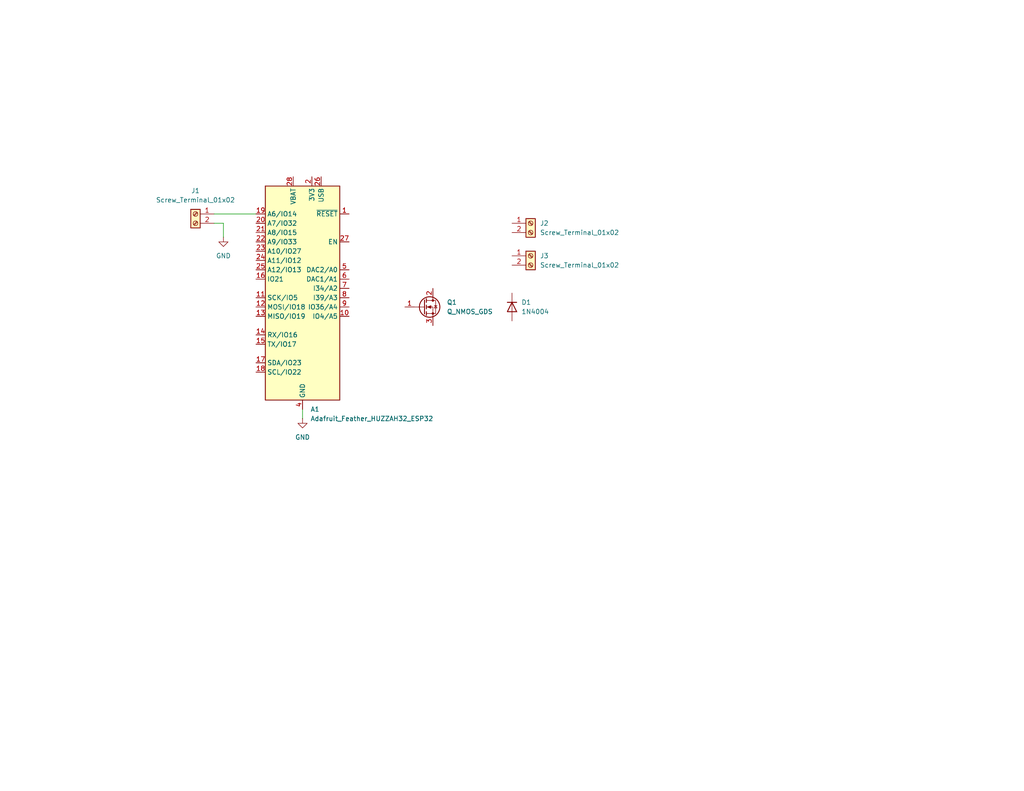
<source format=kicad_sch>
(kicad_sch
	(version 20250114)
	(generator "eeschema")
	(generator_version "9.0")
	(uuid "259d0011-820b-41ae-9d34-b870aa68bb26")
	(paper "USLetter")
	(title_block
		(title "EMBER Schematic")
		(date "2025-10-03")
		(rev "0.01")
		(company "Cal Poly")
		(comment 1 "Demo from class 10/3/25")
	)
	(lib_symbols
		(symbol "Connector:Screw_Terminal_01x02"
			(pin_names
				(offset 1.016)
				(hide yes)
			)
			(exclude_from_sim no)
			(in_bom yes)
			(on_board yes)
			(property "Reference" "J"
				(at 0 2.54 0)
				(effects
					(font
						(size 1.27 1.27)
					)
				)
			)
			(property "Value" "Screw_Terminal_01x02"
				(at 0 -5.08 0)
				(effects
					(font
						(size 1.27 1.27)
					)
				)
			)
			(property "Footprint" ""
				(at 0 0 0)
				(effects
					(font
						(size 1.27 1.27)
					)
					(hide yes)
				)
			)
			(property "Datasheet" "~"
				(at 0 0 0)
				(effects
					(font
						(size 1.27 1.27)
					)
					(hide yes)
				)
			)
			(property "Description" "Generic screw terminal, single row, 01x02, script generated (kicad-library-utils/schlib/autogen/connector/)"
				(at 0 0 0)
				(effects
					(font
						(size 1.27 1.27)
					)
					(hide yes)
				)
			)
			(property "ki_keywords" "screw terminal"
				(at 0 0 0)
				(effects
					(font
						(size 1.27 1.27)
					)
					(hide yes)
				)
			)
			(property "ki_fp_filters" "TerminalBlock*:*"
				(at 0 0 0)
				(effects
					(font
						(size 1.27 1.27)
					)
					(hide yes)
				)
			)
			(symbol "Screw_Terminal_01x02_1_1"
				(rectangle
					(start -1.27 1.27)
					(end 1.27 -3.81)
					(stroke
						(width 0.254)
						(type default)
					)
					(fill
						(type background)
					)
				)
				(polyline
					(pts
						(xy -0.5334 0.3302) (xy 0.3302 -0.508)
					)
					(stroke
						(width 0.1524)
						(type default)
					)
					(fill
						(type none)
					)
				)
				(polyline
					(pts
						(xy -0.5334 -2.2098) (xy 0.3302 -3.048)
					)
					(stroke
						(width 0.1524)
						(type default)
					)
					(fill
						(type none)
					)
				)
				(polyline
					(pts
						(xy -0.3556 0.508) (xy 0.508 -0.3302)
					)
					(stroke
						(width 0.1524)
						(type default)
					)
					(fill
						(type none)
					)
				)
				(polyline
					(pts
						(xy -0.3556 -2.032) (xy 0.508 -2.8702)
					)
					(stroke
						(width 0.1524)
						(type default)
					)
					(fill
						(type none)
					)
				)
				(circle
					(center 0 0)
					(radius 0.635)
					(stroke
						(width 0.1524)
						(type default)
					)
					(fill
						(type none)
					)
				)
				(circle
					(center 0 -2.54)
					(radius 0.635)
					(stroke
						(width 0.1524)
						(type default)
					)
					(fill
						(type none)
					)
				)
				(pin passive line
					(at -5.08 0 0)
					(length 3.81)
					(name "Pin_1"
						(effects
							(font
								(size 1.27 1.27)
							)
						)
					)
					(number "1"
						(effects
							(font
								(size 1.27 1.27)
							)
						)
					)
				)
				(pin passive line
					(at -5.08 -2.54 0)
					(length 3.81)
					(name "Pin_2"
						(effects
							(font
								(size 1.27 1.27)
							)
						)
					)
					(number "2"
						(effects
							(font
								(size 1.27 1.27)
							)
						)
					)
				)
			)
			(embedded_fonts no)
		)
		(symbol "Diode:1N4004"
			(pin_numbers
				(hide yes)
			)
			(pin_names
				(hide yes)
			)
			(exclude_from_sim no)
			(in_bom yes)
			(on_board yes)
			(property "Reference" "D"
				(at 0 2.54 0)
				(effects
					(font
						(size 1.27 1.27)
					)
				)
			)
			(property "Value" "1N4004"
				(at 0 -2.54 0)
				(effects
					(font
						(size 1.27 1.27)
					)
				)
			)
			(property "Footprint" "Diode_THT:D_DO-41_SOD81_P10.16mm_Horizontal"
				(at 0 -4.445 0)
				(effects
					(font
						(size 1.27 1.27)
					)
					(hide yes)
				)
			)
			(property "Datasheet" "http://www.vishay.com/docs/88503/1n4001.pdf"
				(at 0 0 0)
				(effects
					(font
						(size 1.27 1.27)
					)
					(hide yes)
				)
			)
			(property "Description" "400V 1A General Purpose Rectifier Diode, DO-41"
				(at 0 0 0)
				(effects
					(font
						(size 1.27 1.27)
					)
					(hide yes)
				)
			)
			(property "Sim.Device" "D"
				(at 0 0 0)
				(effects
					(font
						(size 1.27 1.27)
					)
					(hide yes)
				)
			)
			(property "Sim.Pins" "1=K 2=A"
				(at 0 0 0)
				(effects
					(font
						(size 1.27 1.27)
					)
					(hide yes)
				)
			)
			(property "ki_keywords" "diode"
				(at 0 0 0)
				(effects
					(font
						(size 1.27 1.27)
					)
					(hide yes)
				)
			)
			(property "ki_fp_filters" "D*DO?41*"
				(at 0 0 0)
				(effects
					(font
						(size 1.27 1.27)
					)
					(hide yes)
				)
			)
			(symbol "1N4004_0_1"
				(polyline
					(pts
						(xy -1.27 1.27) (xy -1.27 -1.27)
					)
					(stroke
						(width 0.254)
						(type default)
					)
					(fill
						(type none)
					)
				)
				(polyline
					(pts
						(xy 1.27 1.27) (xy 1.27 -1.27) (xy -1.27 0) (xy 1.27 1.27)
					)
					(stroke
						(width 0.254)
						(type default)
					)
					(fill
						(type none)
					)
				)
				(polyline
					(pts
						(xy 1.27 0) (xy -1.27 0)
					)
					(stroke
						(width 0)
						(type default)
					)
					(fill
						(type none)
					)
				)
			)
			(symbol "1N4004_1_1"
				(pin passive line
					(at -3.81 0 0)
					(length 2.54)
					(name "K"
						(effects
							(font
								(size 1.27 1.27)
							)
						)
					)
					(number "1"
						(effects
							(font
								(size 1.27 1.27)
							)
						)
					)
				)
				(pin passive line
					(at 3.81 0 180)
					(length 2.54)
					(name "A"
						(effects
							(font
								(size 1.27 1.27)
							)
						)
					)
					(number "2"
						(effects
							(font
								(size 1.27 1.27)
							)
						)
					)
				)
			)
			(embedded_fonts no)
		)
		(symbol "MCU_Module:Adafruit_Feather_HUZZAH32_ESP32"
			(exclude_from_sim no)
			(in_bom yes)
			(on_board yes)
			(property "Reference" "A"
				(at -10.16 29.21 0)
				(effects
					(font
						(size 1.27 1.27)
					)
					(justify left)
				)
			)
			(property "Value" "Adafruit_Feather_HUZZAH32_ESP32"
				(at 2.54 -31.75 0)
				(effects
					(font
						(size 1.27 1.27)
					)
					(justify left)
				)
			)
			(property "Footprint" "Module:Adafruit_Feather"
				(at 2.54 -34.29 0)
				(effects
					(font
						(size 1.27 1.27)
					)
					(justify left)
					(hide yes)
				)
			)
			(property "Datasheet" "https://cdn-learn.adafruit.com/downloads/pdf/adafruit-huzzah32-esp32-feather.pdf"
				(at 0 -30.48 0)
				(effects
					(font
						(size 1.27 1.27)
					)
					(hide yes)
				)
			)
			(property "Description" "Microcontroller module with ESP32 MCU"
				(at 0 0 0)
				(effects
					(font
						(size 1.27 1.27)
					)
					(hide yes)
				)
			)
			(property "ki_keywords" "Adafruit feather microcontroller module USB"
				(at 0 0 0)
				(effects
					(font
						(size 1.27 1.27)
					)
					(hide yes)
				)
			)
			(property "ki_fp_filters" "Adafruit*Feather*"
				(at 0 0 0)
				(effects
					(font
						(size 1.27 1.27)
					)
					(hide yes)
				)
			)
			(symbol "Adafruit_Feather_HUZZAH32_ESP32_0_1"
				(rectangle
					(start -10.16 27.94)
					(end 10.16 -30.48)
					(stroke
						(width 0.254)
						(type default)
					)
					(fill
						(type background)
					)
				)
			)
			(symbol "Adafruit_Feather_HUZZAH32_ESP32_1_1"
				(pin bidirectional line
					(at -12.7 20.32 0)
					(length 2.54)
					(name "A6/IO14"
						(effects
							(font
								(size 1.27 1.27)
							)
						)
					)
					(number "19"
						(effects
							(font
								(size 1.27 1.27)
							)
						)
					)
				)
				(pin bidirectional line
					(at -12.7 17.78 0)
					(length 2.54)
					(name "A7/IO32"
						(effects
							(font
								(size 1.27 1.27)
							)
						)
					)
					(number "20"
						(effects
							(font
								(size 1.27 1.27)
							)
						)
					)
				)
				(pin bidirectional line
					(at -12.7 15.24 0)
					(length 2.54)
					(name "A8/IO15"
						(effects
							(font
								(size 1.27 1.27)
							)
						)
					)
					(number "21"
						(effects
							(font
								(size 1.27 1.27)
							)
						)
					)
				)
				(pin bidirectional line
					(at -12.7 12.7 0)
					(length 2.54)
					(name "A9/IO33"
						(effects
							(font
								(size 1.27 1.27)
							)
						)
					)
					(number "22"
						(effects
							(font
								(size 1.27 1.27)
							)
						)
					)
				)
				(pin bidirectional line
					(at -12.7 10.16 0)
					(length 2.54)
					(name "A10/IO27"
						(effects
							(font
								(size 1.27 1.27)
							)
						)
					)
					(number "23"
						(effects
							(font
								(size 1.27 1.27)
							)
						)
					)
				)
				(pin bidirectional line
					(at -12.7 7.62 0)
					(length 2.54)
					(name "A11/IO12"
						(effects
							(font
								(size 1.27 1.27)
							)
						)
					)
					(number "24"
						(effects
							(font
								(size 1.27 1.27)
							)
						)
					)
				)
				(pin bidirectional line
					(at -12.7 5.08 0)
					(length 2.54)
					(name "A12/IO13"
						(effects
							(font
								(size 1.27 1.27)
							)
						)
					)
					(number "25"
						(effects
							(font
								(size 1.27 1.27)
							)
						)
					)
				)
				(pin bidirectional line
					(at -12.7 2.54 0)
					(length 2.54)
					(name "IO21"
						(effects
							(font
								(size 1.27 1.27)
							)
						)
					)
					(number "16"
						(effects
							(font
								(size 1.27 1.27)
							)
						)
					)
				)
				(pin bidirectional line
					(at -12.7 -2.54 0)
					(length 2.54)
					(name "SCK/IO5"
						(effects
							(font
								(size 1.27 1.27)
							)
						)
					)
					(number "11"
						(effects
							(font
								(size 1.27 1.27)
							)
						)
					)
				)
				(pin bidirectional line
					(at -12.7 -5.08 0)
					(length 2.54)
					(name "MOSI/IO18"
						(effects
							(font
								(size 1.27 1.27)
							)
						)
					)
					(number "12"
						(effects
							(font
								(size 1.27 1.27)
							)
						)
					)
				)
				(pin bidirectional line
					(at -12.7 -7.62 0)
					(length 2.54)
					(name "MISO/IO19"
						(effects
							(font
								(size 1.27 1.27)
							)
						)
					)
					(number "13"
						(effects
							(font
								(size 1.27 1.27)
							)
						)
					)
				)
				(pin bidirectional line
					(at -12.7 -12.7 0)
					(length 2.54)
					(name "RX/IO16"
						(effects
							(font
								(size 1.27 1.27)
							)
						)
					)
					(number "14"
						(effects
							(font
								(size 1.27 1.27)
							)
						)
					)
				)
				(pin bidirectional line
					(at -12.7 -15.24 0)
					(length 2.54)
					(name "TX/IO17"
						(effects
							(font
								(size 1.27 1.27)
							)
						)
					)
					(number "15"
						(effects
							(font
								(size 1.27 1.27)
							)
						)
					)
				)
				(pin bidirectional line
					(at -12.7 -20.32 0)
					(length 2.54)
					(name "SDA/IO23"
						(effects
							(font
								(size 1.27 1.27)
							)
						)
					)
					(number "17"
						(effects
							(font
								(size 1.27 1.27)
							)
						)
					)
				)
				(pin bidirectional line
					(at -12.7 -22.86 0)
					(length 2.54)
					(name "SCL/IO22"
						(effects
							(font
								(size 1.27 1.27)
							)
						)
					)
					(number "18"
						(effects
							(font
								(size 1.27 1.27)
							)
						)
					)
				)
				(pin power_in line
					(at -2.54 30.48 270)
					(length 2.54)
					(name "VBAT"
						(effects
							(font
								(size 1.27 1.27)
							)
						)
					)
					(number "28"
						(effects
							(font
								(size 1.27 1.27)
							)
						)
					)
				)
				(pin power_in line
					(at 0 -33.02 90)
					(length 2.54)
					(name "GND"
						(effects
							(font
								(size 1.27 1.27)
							)
						)
					)
					(number "4"
						(effects
							(font
								(size 1.27 1.27)
							)
						)
					)
				)
				(pin power_in line
					(at 2.54 30.48 270)
					(length 2.54)
					(name "3V3"
						(effects
							(font
								(size 1.27 1.27)
							)
						)
					)
					(number "2"
						(effects
							(font
								(size 1.27 1.27)
							)
						)
					)
				)
				(pin power_in line
					(at 5.08 30.48 270)
					(length 2.54)
					(name "USB"
						(effects
							(font
								(size 1.27 1.27)
							)
						)
					)
					(number "26"
						(effects
							(font
								(size 1.27 1.27)
							)
						)
					)
				)
				(pin no_connect line
					(at 10.16 10.16 180)
					(length 2.54)
					(hide yes)
					(name "NC"
						(effects
							(font
								(size 1.27 1.27)
							)
						)
					)
					(number "3"
						(effects
							(font
								(size 1.27 1.27)
							)
						)
					)
				)
				(pin input line
					(at 12.7 20.32 180)
					(length 2.54)
					(name "~{RESET}"
						(effects
							(font
								(size 1.27 1.27)
							)
						)
					)
					(number "1"
						(effects
							(font
								(size 1.27 1.27)
							)
						)
					)
				)
				(pin input line
					(at 12.7 12.7 180)
					(length 2.54)
					(name "EN"
						(effects
							(font
								(size 1.27 1.27)
							)
						)
					)
					(number "27"
						(effects
							(font
								(size 1.27 1.27)
							)
						)
					)
				)
				(pin bidirectional line
					(at 12.7 5.08 180)
					(length 2.54)
					(name "DAC2/A0"
						(effects
							(font
								(size 1.27 1.27)
							)
						)
					)
					(number "5"
						(effects
							(font
								(size 1.27 1.27)
							)
						)
					)
				)
				(pin bidirectional line
					(at 12.7 2.54 180)
					(length 2.54)
					(name "DAC1/A1"
						(effects
							(font
								(size 1.27 1.27)
							)
						)
					)
					(number "6"
						(effects
							(font
								(size 1.27 1.27)
							)
						)
					)
				)
				(pin bidirectional line
					(at 12.7 0 180)
					(length 2.54)
					(name "I34/A2"
						(effects
							(font
								(size 1.27 1.27)
							)
						)
					)
					(number "7"
						(effects
							(font
								(size 1.27 1.27)
							)
						)
					)
				)
				(pin bidirectional line
					(at 12.7 -2.54 180)
					(length 2.54)
					(name "I39/A3"
						(effects
							(font
								(size 1.27 1.27)
							)
						)
					)
					(number "8"
						(effects
							(font
								(size 1.27 1.27)
							)
						)
					)
				)
				(pin bidirectional line
					(at 12.7 -5.08 180)
					(length 2.54)
					(name "IO36/A4"
						(effects
							(font
								(size 1.27 1.27)
							)
						)
					)
					(number "9"
						(effects
							(font
								(size 1.27 1.27)
							)
						)
					)
				)
				(pin bidirectional line
					(at 12.7 -7.62 180)
					(length 2.54)
					(name "IO4/A5"
						(effects
							(font
								(size 1.27 1.27)
							)
						)
					)
					(number "10"
						(effects
							(font
								(size 1.27 1.27)
							)
						)
					)
				)
			)
			(embedded_fonts no)
		)
		(symbol "Transistor_FET:Q_NMOS_GDS"
			(pin_names
				(offset 0)
				(hide yes)
			)
			(exclude_from_sim no)
			(in_bom yes)
			(on_board yes)
			(property "Reference" "Q"
				(at 5.08 1.905 0)
				(effects
					(font
						(size 1.27 1.27)
					)
					(justify left)
				)
			)
			(property "Value" "Q_NMOS_GDS"
				(at 5.08 0 0)
				(effects
					(font
						(size 1.27 1.27)
					)
					(justify left)
				)
			)
			(property "Footprint" ""
				(at 5.08 2.54 0)
				(effects
					(font
						(size 1.27 1.27)
					)
					(hide yes)
				)
			)
			(property "Datasheet" "~"
				(at 0 0 0)
				(effects
					(font
						(size 1.27 1.27)
					)
					(hide yes)
				)
			)
			(property "Description" "N-MOSFET transistor, gate/drain/source"
				(at 0 0 0)
				(effects
					(font
						(size 1.27 1.27)
					)
					(hide yes)
				)
			)
			(property "ki_keywords" "transistor NMOS N-MOS N-MOSFET"
				(at 0 0 0)
				(effects
					(font
						(size 1.27 1.27)
					)
					(hide yes)
				)
			)
			(symbol "Q_NMOS_GDS_0_1"
				(polyline
					(pts
						(xy 0.254 1.905) (xy 0.254 -1.905)
					)
					(stroke
						(width 0.254)
						(type default)
					)
					(fill
						(type none)
					)
				)
				(polyline
					(pts
						(xy 0.254 0) (xy -2.54 0)
					)
					(stroke
						(width 0)
						(type default)
					)
					(fill
						(type none)
					)
				)
				(polyline
					(pts
						(xy 0.762 2.286) (xy 0.762 1.27)
					)
					(stroke
						(width 0.254)
						(type default)
					)
					(fill
						(type none)
					)
				)
				(polyline
					(pts
						(xy 0.762 0.508) (xy 0.762 -0.508)
					)
					(stroke
						(width 0.254)
						(type default)
					)
					(fill
						(type none)
					)
				)
				(polyline
					(pts
						(xy 0.762 -1.27) (xy 0.762 -2.286)
					)
					(stroke
						(width 0.254)
						(type default)
					)
					(fill
						(type none)
					)
				)
				(polyline
					(pts
						(xy 0.762 -1.778) (xy 3.302 -1.778) (xy 3.302 1.778) (xy 0.762 1.778)
					)
					(stroke
						(width 0)
						(type default)
					)
					(fill
						(type none)
					)
				)
				(polyline
					(pts
						(xy 1.016 0) (xy 2.032 0.381) (xy 2.032 -0.381) (xy 1.016 0)
					)
					(stroke
						(width 0)
						(type default)
					)
					(fill
						(type outline)
					)
				)
				(circle
					(center 1.651 0)
					(radius 2.794)
					(stroke
						(width 0.254)
						(type default)
					)
					(fill
						(type none)
					)
				)
				(polyline
					(pts
						(xy 2.54 2.54) (xy 2.54 1.778)
					)
					(stroke
						(width 0)
						(type default)
					)
					(fill
						(type none)
					)
				)
				(circle
					(center 2.54 1.778)
					(radius 0.254)
					(stroke
						(width 0)
						(type default)
					)
					(fill
						(type outline)
					)
				)
				(circle
					(center 2.54 -1.778)
					(radius 0.254)
					(stroke
						(width 0)
						(type default)
					)
					(fill
						(type outline)
					)
				)
				(polyline
					(pts
						(xy 2.54 -2.54) (xy 2.54 0) (xy 0.762 0)
					)
					(stroke
						(width 0)
						(type default)
					)
					(fill
						(type none)
					)
				)
				(polyline
					(pts
						(xy 2.921 0.381) (xy 3.683 0.381)
					)
					(stroke
						(width 0)
						(type default)
					)
					(fill
						(type none)
					)
				)
				(polyline
					(pts
						(xy 3.302 0.381) (xy 2.921 -0.254) (xy 3.683 -0.254) (xy 3.302 0.381)
					)
					(stroke
						(width 0)
						(type default)
					)
					(fill
						(type none)
					)
				)
			)
			(symbol "Q_NMOS_GDS_1_1"
				(pin input line
					(at -5.08 0 0)
					(length 2.54)
					(name "G"
						(effects
							(font
								(size 1.27 1.27)
							)
						)
					)
					(number "1"
						(effects
							(font
								(size 1.27 1.27)
							)
						)
					)
				)
				(pin passive line
					(at 2.54 5.08 270)
					(length 2.54)
					(name "D"
						(effects
							(font
								(size 1.27 1.27)
							)
						)
					)
					(number "2"
						(effects
							(font
								(size 1.27 1.27)
							)
						)
					)
				)
				(pin passive line
					(at 2.54 -5.08 90)
					(length 2.54)
					(name "S"
						(effects
							(font
								(size 1.27 1.27)
							)
						)
					)
					(number "3"
						(effects
							(font
								(size 1.27 1.27)
							)
						)
					)
				)
			)
			(embedded_fonts no)
		)
		(symbol "power:GND"
			(power)
			(pin_numbers
				(hide yes)
			)
			(pin_names
				(offset 0)
				(hide yes)
			)
			(exclude_from_sim no)
			(in_bom yes)
			(on_board yes)
			(property "Reference" "#PWR"
				(at 0 -6.35 0)
				(effects
					(font
						(size 1.27 1.27)
					)
					(hide yes)
				)
			)
			(property "Value" "GND"
				(at 0 -3.81 0)
				(effects
					(font
						(size 1.27 1.27)
					)
				)
			)
			(property "Footprint" ""
				(at 0 0 0)
				(effects
					(font
						(size 1.27 1.27)
					)
					(hide yes)
				)
			)
			(property "Datasheet" ""
				(at 0 0 0)
				(effects
					(font
						(size 1.27 1.27)
					)
					(hide yes)
				)
			)
			(property "Description" "Power symbol creates a global label with name \"GND\" , ground"
				(at 0 0 0)
				(effects
					(font
						(size 1.27 1.27)
					)
					(hide yes)
				)
			)
			(property "ki_keywords" "global power"
				(at 0 0 0)
				(effects
					(font
						(size 1.27 1.27)
					)
					(hide yes)
				)
			)
			(symbol "GND_0_1"
				(polyline
					(pts
						(xy 0 0) (xy 0 -1.27) (xy 1.27 -1.27) (xy 0 -2.54) (xy -1.27 -1.27) (xy 0 -1.27)
					)
					(stroke
						(width 0)
						(type default)
					)
					(fill
						(type none)
					)
				)
			)
			(symbol "GND_1_1"
				(pin power_in line
					(at 0 0 270)
					(length 0)
					(name "~"
						(effects
							(font
								(size 1.27 1.27)
							)
						)
					)
					(number "1"
						(effects
							(font
								(size 1.27 1.27)
							)
						)
					)
				)
			)
			(embedded_fonts no)
		)
	)
	(wire
		(pts
			(xy 58.42 60.96) (xy 60.96 60.96)
		)
		(stroke
			(width 0)
			(type default)
		)
		(uuid "00971a3a-816e-4d01-99ba-ca168cabd3a8")
	)
	(wire
		(pts
			(xy 82.55 111.76) (xy 82.55 114.3)
		)
		(stroke
			(width 0)
			(type default)
		)
		(uuid "8cc74d0e-e903-41b0-ac5d-1961cc66cdf6")
	)
	(wire
		(pts
			(xy 58.42 58.42) (xy 69.85 58.42)
		)
		(stroke
			(width 0)
			(type default)
		)
		(uuid "9997eae9-b9db-4d9e-94e7-5189a3e7b629")
	)
	(wire
		(pts
			(xy 60.96 60.96) (xy 60.96 64.77)
		)
		(stroke
			(width 0)
			(type default)
		)
		(uuid "b47b4cce-958c-4830-8f60-e6f4e96387ef")
	)
	(symbol
		(lib_id "Diode:1N4004")
		(at 139.7 83.82 270)
		(unit 1)
		(exclude_from_sim no)
		(in_bom yes)
		(on_board yes)
		(dnp no)
		(fields_autoplaced yes)
		(uuid "091a44c1-f885-44bf-8605-ceaac7aceda1")
		(property "Reference" "D1"
			(at 142.24 82.5499 90)
			(effects
				(font
					(size 1.27 1.27)
				)
				(justify left)
			)
		)
		(property "Value" "1N4004"
			(at 142.24 85.0899 90)
			(effects
				(font
					(size 1.27 1.27)
				)
				(justify left)
			)
		)
		(property "Footprint" "Diode_THT:D_DO-41_SOD81_P10.16mm_Horizontal"
			(at 135.255 83.82 0)
			(effects
				(font
					(size 1.27 1.27)
				)
				(hide yes)
			)
		)
		(property "Datasheet" "http://www.vishay.com/docs/88503/1n4001.pdf"
			(at 139.7 83.82 0)
			(effects
				(font
					(size 1.27 1.27)
				)
				(hide yes)
			)
		)
		(property "Description" "400V 1A General Purpose Rectifier Diode, DO-41"
			(at 139.7 83.82 0)
			(effects
				(font
					(size 1.27 1.27)
				)
				(hide yes)
			)
		)
		(property "Sim.Device" "D"
			(at 139.7 83.82 0)
			(effects
				(font
					(size 1.27 1.27)
				)
				(hide yes)
			)
		)
		(property "Sim.Pins" "1=K 2=A"
			(at 139.7 83.82 0)
			(effects
				(font
					(size 1.27 1.27)
				)
				(hide yes)
			)
		)
		(pin "1"
			(uuid "62f1b299-8469-499f-b6e8-37efdebec661")
		)
		(pin "2"
			(uuid "51e496bb-5900-47b7-abcc-b8a9de46e8a2")
		)
		(instances
			(project ""
				(path "/259d0011-820b-41ae-9d34-b870aa68bb26"
					(reference "D1")
					(unit 1)
				)
			)
		)
	)
	(symbol
		(lib_id "Connector:Screw_Terminal_01x02")
		(at 144.78 69.85 0)
		(unit 1)
		(exclude_from_sim no)
		(in_bom yes)
		(on_board yes)
		(dnp no)
		(fields_autoplaced yes)
		(uuid "1e3e8b2c-c400-4c0b-86ed-2b96182793ec")
		(property "Reference" "J3"
			(at 147.32 69.8499 0)
			(effects
				(font
					(size 1.27 1.27)
				)
				(justify left)
			)
		)
		(property "Value" "Screw_Terminal_01x02"
			(at 147.32 72.3899 0)
			(effects
				(font
					(size 1.27 1.27)
				)
				(justify left)
			)
		)
		(property "Footprint" ""
			(at 144.78 69.85 0)
			(effects
				(font
					(size 1.27 1.27)
				)
				(hide yes)
			)
		)
		(property "Datasheet" "~"
			(at 144.78 69.85 0)
			(effects
				(font
					(size 1.27 1.27)
				)
				(hide yes)
			)
		)
		(property "Description" "Generic screw terminal, single row, 01x02, script generated (kicad-library-utils/schlib/autogen/connector/)"
			(at 144.78 69.85 0)
			(effects
				(font
					(size 1.27 1.27)
				)
				(hide yes)
			)
		)
		(pin "1"
			(uuid "c730cbdb-728e-4442-8680-6f25e8e3f138")
		)
		(pin "2"
			(uuid "163d9b33-3e46-4f41-ba33-b077a0912874")
		)
		(instances
			(project ""
				(path "/259d0011-820b-41ae-9d34-b870aa68bb26"
					(reference "J3")
					(unit 1)
				)
			)
		)
	)
	(symbol
		(lib_id "Connector:Screw_Terminal_01x02")
		(at 53.34 58.42 0)
		(mirror y)
		(unit 1)
		(exclude_from_sim no)
		(in_bom yes)
		(on_board yes)
		(dnp no)
		(fields_autoplaced yes)
		(uuid "324c314d-51c4-4f60-9dbc-96acb80e5d75")
		(property "Reference" "J1"
			(at 53.34 52.07 0)
			(effects
				(font
					(size 1.27 1.27)
				)
			)
		)
		(property "Value" "Screw_Terminal_01x02"
			(at 53.34 54.61 0)
			(effects
				(font
					(size 1.27 1.27)
				)
			)
		)
		(property "Footprint" ""
			(at 53.34 58.42 0)
			(effects
				(font
					(size 1.27 1.27)
				)
				(hide yes)
			)
		)
		(property "Datasheet" "~"
			(at 53.34 58.42 0)
			(effects
				(font
					(size 1.27 1.27)
				)
				(hide yes)
			)
		)
		(property "Description" "Generic screw terminal, single row, 01x02, script generated (kicad-library-utils/schlib/autogen/connector/)"
			(at 53.34 58.42 0)
			(effects
				(font
					(size 1.27 1.27)
				)
				(hide yes)
			)
		)
		(pin "2"
			(uuid "bc878ee6-aacf-42f5-a393-c235bc823b64")
		)
		(pin "1"
			(uuid "3da41de1-eeb1-4cf8-8ce2-37848eaa3091")
		)
		(instances
			(project ""
				(path "/259d0011-820b-41ae-9d34-b870aa68bb26"
					(reference "J1")
					(unit 1)
				)
			)
		)
	)
	(symbol
		(lib_id "Connector:Screw_Terminal_01x02")
		(at 144.78 60.96 0)
		(unit 1)
		(exclude_from_sim no)
		(in_bom yes)
		(on_board yes)
		(dnp no)
		(fields_autoplaced yes)
		(uuid "b0ff63ac-1bf4-4975-9348-ed0cfe47e0b9")
		(property "Reference" "J2"
			(at 147.32 60.9599 0)
			(effects
				(font
					(size 1.27 1.27)
				)
				(justify left)
			)
		)
		(property "Value" "Screw_Terminal_01x02"
			(at 147.32 63.4999 0)
			(effects
				(font
					(size 1.27 1.27)
				)
				(justify left)
			)
		)
		(property "Footprint" "TerminalBlock_4Ucon:TerminalBlock_4Ucon_1x02_P3.50mm_Horizontal"
			(at 144.78 60.96 0)
			(effects
				(font
					(size 1.27 1.27)
				)
				(hide yes)
			)
		)
		(property "Datasheet" "~"
			(at 144.78 60.96 0)
			(effects
				(font
					(size 1.27 1.27)
				)
				(hide yes)
			)
		)
		(property "Description" "Generic screw terminal, single row, 01x02, script generated (kicad-library-utils/schlib/autogen/connector/)"
			(at 144.78 60.96 0)
			(effects
				(font
					(size 1.27 1.27)
				)
				(hide yes)
			)
		)
		(pin "1"
			(uuid "a24c800a-6e7f-47cb-9043-3febbf62e08d")
		)
		(pin "2"
			(uuid "80f26075-5f05-432e-a268-25671653aa51")
		)
		(instances
			(project ""
				(path "/259d0011-820b-41ae-9d34-b870aa68bb26"
					(reference "J2")
					(unit 1)
				)
			)
		)
	)
	(symbol
		(lib_id "Transistor_FET:Q_NMOS_GDS")
		(at 115.57 83.82 0)
		(unit 1)
		(exclude_from_sim no)
		(in_bom yes)
		(on_board yes)
		(dnp no)
		(fields_autoplaced yes)
		(uuid "ddc8a800-1fb2-4a9d-b851-cddecaa5cad3")
		(property "Reference" "Q1"
			(at 121.92 82.5499 0)
			(effects
				(font
					(size 1.27 1.27)
				)
				(justify left)
			)
		)
		(property "Value" "Q_NMOS_GDS"
			(at 121.92 85.0899 0)
			(effects
				(font
					(size 1.27 1.27)
				)
				(justify left)
			)
		)
		(property "Footprint" ""
			(at 120.65 81.28 0)
			(effects
				(font
					(size 1.27 1.27)
				)
				(hide yes)
			)
		)
		(property "Datasheet" "~"
			(at 115.57 83.82 0)
			(effects
				(font
					(size 1.27 1.27)
				)
				(hide yes)
			)
		)
		(property "Description" "N-MOSFET transistor, gate/drain/source"
			(at 115.57 83.82 0)
			(effects
				(font
					(size 1.27 1.27)
				)
				(hide yes)
			)
		)
		(pin "2"
			(uuid "08cfe9eb-19fc-4cc4-9863-e211b097d424")
		)
		(pin "3"
			(uuid "2af570a7-da1a-44e6-ab8e-d5d988a6436f")
		)
		(pin "1"
			(uuid "9ece547b-541f-4d7c-9d39-6e95a5498371")
		)
		(instances
			(project ""
				(path "/259d0011-820b-41ae-9d34-b870aa68bb26"
					(reference "Q1")
					(unit 1)
				)
			)
		)
	)
	(symbol
		(lib_id "power:GND")
		(at 82.55 114.3 0)
		(unit 1)
		(exclude_from_sim no)
		(in_bom yes)
		(on_board yes)
		(dnp no)
		(fields_autoplaced yes)
		(uuid "e678ed53-93e9-48a3-bc65-03816e54de78")
		(property "Reference" "#PWR02"
			(at 82.55 120.65 0)
			(effects
				(font
					(size 1.27 1.27)
				)
				(hide yes)
			)
		)
		(property "Value" "GND"
			(at 82.55 119.38 0)
			(effects
				(font
					(size 1.27 1.27)
				)
			)
		)
		(property "Footprint" ""
			(at 82.55 114.3 0)
			(effects
				(font
					(size 1.27 1.27)
				)
				(hide yes)
			)
		)
		(property "Datasheet" ""
			(at 82.55 114.3 0)
			(effects
				(font
					(size 1.27 1.27)
				)
				(hide yes)
			)
		)
		(property "Description" "Power symbol creates a global label with name \"GND\" , ground"
			(at 82.55 114.3 0)
			(effects
				(font
					(size 1.27 1.27)
				)
				(hide yes)
			)
		)
		(pin "1"
			(uuid "c646239d-8f51-4e83-8e53-c22a25ddce30")
		)
		(instances
			(project ""
				(path "/259d0011-820b-41ae-9d34-b870aa68bb26"
					(reference "#PWR02")
					(unit 1)
				)
			)
		)
	)
	(symbol
		(lib_id "power:GND")
		(at 60.96 64.77 0)
		(unit 1)
		(exclude_from_sim no)
		(in_bom yes)
		(on_board yes)
		(dnp no)
		(fields_autoplaced yes)
		(uuid "ec702433-9416-494f-b010-ad3374bcc6ba")
		(property "Reference" "#PWR01"
			(at 60.96 71.12 0)
			(effects
				(font
					(size 1.27 1.27)
				)
				(hide yes)
			)
		)
		(property "Value" "GND"
			(at 60.96 69.85 0)
			(effects
				(font
					(size 1.27 1.27)
				)
			)
		)
		(property "Footprint" ""
			(at 60.96 64.77 0)
			(effects
				(font
					(size 1.27 1.27)
				)
				(hide yes)
			)
		)
		(property "Datasheet" ""
			(at 60.96 64.77 0)
			(effects
				(font
					(size 1.27 1.27)
				)
				(hide yes)
			)
		)
		(property "Description" "Power symbol creates a global label with name \"GND\" , ground"
			(at 60.96 64.77 0)
			(effects
				(font
					(size 1.27 1.27)
				)
				(hide yes)
			)
		)
		(pin "1"
			(uuid "623be3e8-d95a-4d76-8aeb-908ce6061cd0")
		)
		(instances
			(project ""
				(path "/259d0011-820b-41ae-9d34-b870aa68bb26"
					(reference "#PWR01")
					(unit 1)
				)
			)
		)
	)
	(symbol
		(lib_id "MCU_Module:Adafruit_Feather_HUZZAH32_ESP32")
		(at 82.55 78.74 0)
		(unit 1)
		(exclude_from_sim no)
		(in_bom yes)
		(on_board yes)
		(dnp no)
		(fields_autoplaced yes)
		(uuid "ecf9cec6-6549-4a0b-afeb-fe514ce3bffe")
		(property "Reference" "A1"
			(at 84.6933 111.76 0)
			(effects
				(font
					(size 1.27 1.27)
				)
				(justify left)
			)
		)
		(property "Value" "Adafruit_Feather_HUZZAH32_ESP32"
			(at 84.6933 114.3 0)
			(effects
				(font
					(size 1.27 1.27)
				)
				(justify left)
			)
		)
		(property "Footprint" "Module:Adafruit_Feather"
			(at 85.09 113.03 0)
			(effects
				(font
					(size 1.27 1.27)
				)
				(justify left)
				(hide yes)
			)
		)
		(property "Datasheet" "https://cdn-learn.adafruit.com/downloads/pdf/adafruit-huzzah32-esp32-feather.pdf"
			(at 82.55 109.22 0)
			(effects
				(font
					(size 1.27 1.27)
				)
				(hide yes)
			)
		)
		(property "Description" "Microcontroller module with ESP32 MCU"
			(at 82.55 78.74 0)
			(effects
				(font
					(size 1.27 1.27)
				)
				(hide yes)
			)
		)
		(pin "20"
			(uuid "5dc8a7e1-1235-411c-8fc8-4f9aa0046f09")
		)
		(pin "19"
			(uuid "2b7b6555-d8f1-4df9-a775-abbc1cce4465")
		)
		(pin "1"
			(uuid "f6d67e91-bcad-432c-ad8f-60ca05c0656a")
		)
		(pin "4"
			(uuid "69abdc04-272a-4377-aa49-670517b6161e")
		)
		(pin "6"
			(uuid "587e73c8-065d-4474-98f2-c34561ae0abf")
		)
		(pin "8"
			(uuid "d8b134f4-923c-45c4-8faf-9a6b61b5a96f")
		)
		(pin "22"
			(uuid "df7842aa-ea63-4c39-86a7-9528c65b3003")
		)
		(pin "25"
			(uuid "bbaea41a-2514-41b1-95fe-06b6dc655d70")
		)
		(pin "12"
			(uuid "a1db1b0c-f467-46a4-b9be-49c77c371e51")
		)
		(pin "21"
			(uuid "d43f3c03-f98d-4611-85f4-8202b5e3bae9")
		)
		(pin "16"
			(uuid "babb70f1-a0d1-45f8-b164-3121695c4801")
		)
		(pin "24"
			(uuid "1b40a76c-503d-4800-bfba-13052c443d00")
		)
		(pin "17"
			(uuid "1c52ef85-f029-4690-b073-cad86e1c5603")
		)
		(pin "26"
			(uuid "d24b2f47-9d57-4887-a430-798b86d260a3")
		)
		(pin "15"
			(uuid "4509c381-ff1a-485b-882e-486919209462")
		)
		(pin "3"
			(uuid "ca2c0691-88f0-4b64-80a3-21e721846228")
		)
		(pin "18"
			(uuid "f844c2b9-3e53-4091-8e15-90c455fb9c97")
		)
		(pin "23"
			(uuid "2da17569-b396-428e-911a-27e5fb4a613b")
		)
		(pin "14"
			(uuid "60a5e373-4729-43d5-9780-02b391082816")
		)
		(pin "11"
			(uuid "4c373359-f81c-4f84-8214-9d63730e977e")
		)
		(pin "13"
			(uuid "fb2e56ac-b13c-4c25-b36d-633362c0ebba")
		)
		(pin "28"
			(uuid "f9fd0c81-7ecd-459b-99ba-8a524b5db65a")
		)
		(pin "2"
			(uuid "9da73cfa-fba9-4a90-aa98-a9ba7cd77db5")
		)
		(pin "27"
			(uuid "03709600-b318-4a95-894e-57f5b8f3aa06")
		)
		(pin "5"
			(uuid "fe981a08-b5a2-4dc9-95ed-e83502cc7c88")
		)
		(pin "7"
			(uuid "1c653899-715f-4465-98ac-7b6cfa42c7b5")
		)
		(pin "9"
			(uuid "0246b9d9-e118-4ac3-ac61-44157ef51618")
		)
		(pin "10"
			(uuid "476123ed-cb8a-4539-a791-a7eec1a540c3")
		)
		(instances
			(project ""
				(path "/259d0011-820b-41ae-9d34-b870aa68bb26"
					(reference "A1")
					(unit 1)
				)
			)
		)
	)
	(sheet_instances
		(path "/"
			(page "1")
		)
	)
	(embedded_fonts no)
)

</source>
